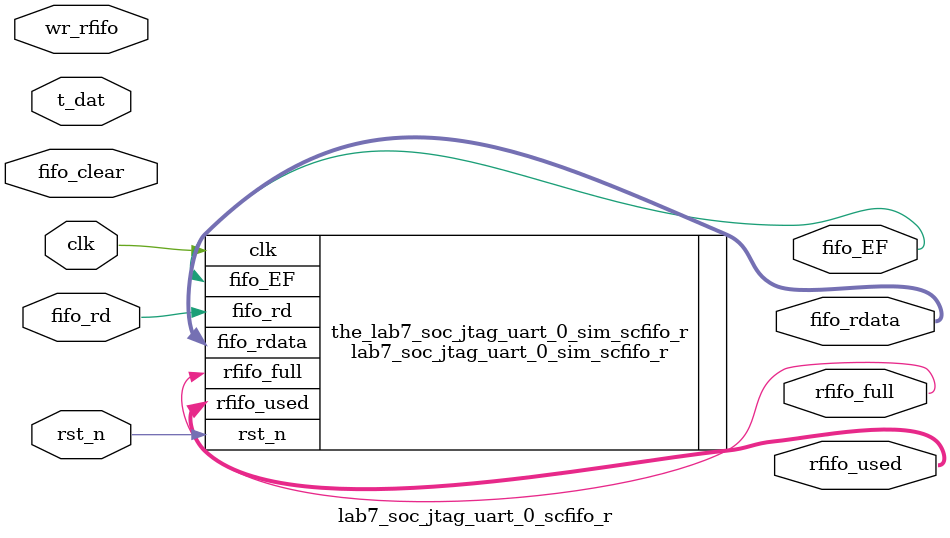
<source format=v>
`timescale 1ns / 1ps






module lab7_soc_jtag_uart_0_scfifo_r (
                                       
                                        clk,
                                        fifo_clear,
                                        fifo_rd,
                                        rst_n,
                                        t_dat,
                                        wr_rfifo,

                                       
                                        fifo_EF,
                                        fifo_rdata,
                                        rfifo_full,
                                        rfifo_used
                                     )
;

  output           fifo_EF;
  output  [  7: 0] fifo_rdata;
  output           rfifo_full;
  output  [  5: 0] rfifo_used;
  input            clk;
  input            fifo_clear;
  input            fifo_rd;
  input            rst_n;
  input   [  7: 0] t_dat;
  input            wr_rfifo;


wire             fifo_EF;
wire    [  7: 0] fifo_rdata;
wire             rfifo_full;
wire    [  5: 0] rfifo_used;



  lab7_soc_jtag_uart_0_sim_scfifo_r the_lab7_soc_jtag_uart_0_sim_scfifo_r
    (
      .clk        (clk),
      .fifo_EF    (fifo_EF),
      .fifo_rd    (fifo_rd),
      .fifo_rdata (fifo_rdata),
      .rfifo_full (rfifo_full),
      .rfifo_used (rfifo_used),
      .rst_n      (rst_n)
    );































endmodule
</source>
